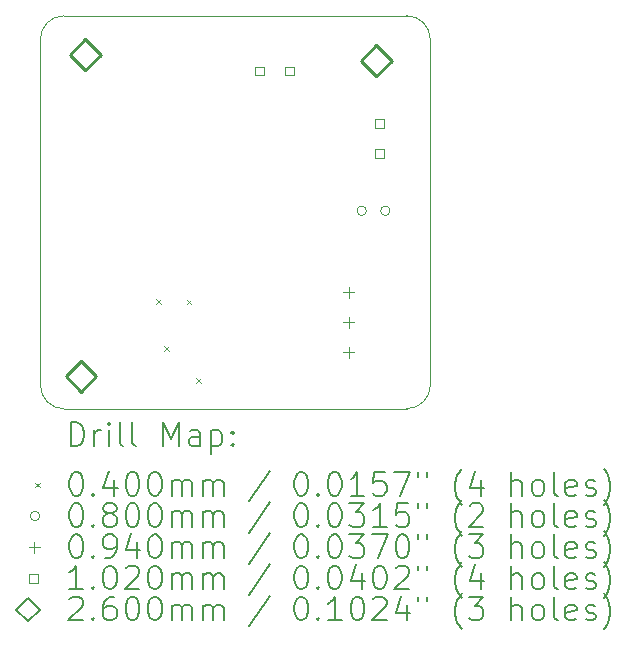
<source format=gbr>
%TF.GenerationSoftware,KiCad,Pcbnew,8.0.0*%
%TF.CreationDate,2024-06-23T14:13:49+02:00*%
%TF.ProjectId,SCS TSAL Red LED,53435320-5453-4414-9c20-526564204c45,rev?*%
%TF.SameCoordinates,Original*%
%TF.FileFunction,Drillmap*%
%TF.FilePolarity,Positive*%
%FSLAX45Y45*%
G04 Gerber Fmt 4.5, Leading zero omitted, Abs format (unit mm)*
G04 Created by KiCad (PCBNEW 8.0.0) date 2024-06-23 14:13:49*
%MOMM*%
%LPD*%
G01*
G04 APERTURE LIST*
%ADD10C,0.100000*%
%ADD11C,0.200000*%
%ADD12C,0.102000*%
%ADD13C,0.260000*%
G04 APERTURE END LIST*
D10*
X9883800Y-4800600D02*
G75*
G02*
X10083800Y-5000600I0J-200000D01*
G01*
X10083800Y-7928000D02*
G75*
G02*
X9883800Y-8128000I-200000J0D01*
G01*
X10083800Y-5000600D02*
X10083800Y-7928000D01*
X6781800Y-7928000D02*
X6781800Y-5000600D01*
X9883800Y-8128000D02*
X6981800Y-8128000D01*
X6981800Y-8128000D02*
G75*
G02*
X6781800Y-7928000I0J200000D01*
G01*
X6981800Y-4800600D02*
X9883800Y-4800600D01*
X6781800Y-5000600D02*
G75*
G02*
X6981800Y-4800600I200000J0D01*
G01*
D11*
D10*
X7762560Y-7201220D02*
X7802560Y-7241220D01*
X7802560Y-7201220D02*
X7762560Y-7241220D01*
X7828600Y-7600000D02*
X7868600Y-7640000D01*
X7868600Y-7600000D02*
X7828600Y-7640000D01*
X8021640Y-7203760D02*
X8061640Y-7243760D01*
X8061640Y-7203760D02*
X8021640Y-7243760D01*
X8100380Y-7871780D02*
X8140380Y-7911780D01*
X8140380Y-7871780D02*
X8100380Y-7911780D01*
X9542800Y-6451600D02*
G75*
G02*
X9462800Y-6451600I-40000J0D01*
G01*
X9462800Y-6451600D02*
G75*
G02*
X9542800Y-6451600I40000J0D01*
G01*
X9742800Y-6451600D02*
G75*
G02*
X9662800Y-6451600I-40000J0D01*
G01*
X9662800Y-6451600D02*
G75*
G02*
X9742800Y-6451600I40000J0D01*
G01*
X9394800Y-7096550D02*
X9394800Y-7190550D01*
X9347800Y-7143550D02*
X9441800Y-7143550D01*
X9394800Y-7350550D02*
X9394800Y-7444550D01*
X9347800Y-7397550D02*
X9441800Y-7397550D01*
X9394800Y-7604550D02*
X9394800Y-7698550D01*
X9347800Y-7651550D02*
X9441800Y-7651550D01*
D12*
X8672063Y-5306563D02*
X8672063Y-5234437D01*
X8599937Y-5234437D01*
X8599937Y-5306563D01*
X8672063Y-5306563D01*
X8926063Y-5306563D02*
X8926063Y-5234437D01*
X8853937Y-5234437D01*
X8853937Y-5306563D01*
X8926063Y-5306563D01*
X9688063Y-5751063D02*
X9688063Y-5678937D01*
X9615937Y-5678937D01*
X9615937Y-5751063D01*
X9688063Y-5751063D01*
X9688063Y-6005063D02*
X9688063Y-5932937D01*
X9615937Y-5932937D01*
X9615937Y-6005063D01*
X9688063Y-6005063D01*
D13*
X7127240Y-7983680D02*
X7257240Y-7853680D01*
X7127240Y-7723680D01*
X6997240Y-7853680D01*
X7127240Y-7983680D01*
X7162800Y-5260800D02*
X7292800Y-5130800D01*
X7162800Y-5000800D01*
X7032800Y-5130800D01*
X7162800Y-5260800D01*
X9626600Y-5311600D02*
X9756600Y-5181600D01*
X9626600Y-5051600D01*
X9496600Y-5181600D01*
X9626600Y-5311600D01*
D11*
X7037577Y-8444484D02*
X7037577Y-8244484D01*
X7037577Y-8244484D02*
X7085196Y-8244484D01*
X7085196Y-8244484D02*
X7113767Y-8254008D01*
X7113767Y-8254008D02*
X7132815Y-8273055D01*
X7132815Y-8273055D02*
X7142339Y-8292103D01*
X7142339Y-8292103D02*
X7151862Y-8330198D01*
X7151862Y-8330198D02*
X7151862Y-8358769D01*
X7151862Y-8358769D02*
X7142339Y-8396865D01*
X7142339Y-8396865D02*
X7132815Y-8415912D01*
X7132815Y-8415912D02*
X7113767Y-8434960D01*
X7113767Y-8434960D02*
X7085196Y-8444484D01*
X7085196Y-8444484D02*
X7037577Y-8444484D01*
X7237577Y-8444484D02*
X7237577Y-8311150D01*
X7237577Y-8349246D02*
X7247101Y-8330198D01*
X7247101Y-8330198D02*
X7256624Y-8320674D01*
X7256624Y-8320674D02*
X7275672Y-8311150D01*
X7275672Y-8311150D02*
X7294720Y-8311150D01*
X7361386Y-8444484D02*
X7361386Y-8311150D01*
X7361386Y-8244484D02*
X7351862Y-8254008D01*
X7351862Y-8254008D02*
X7361386Y-8263531D01*
X7361386Y-8263531D02*
X7370910Y-8254008D01*
X7370910Y-8254008D02*
X7361386Y-8244484D01*
X7361386Y-8244484D02*
X7361386Y-8263531D01*
X7485196Y-8444484D02*
X7466148Y-8434960D01*
X7466148Y-8434960D02*
X7456624Y-8415912D01*
X7456624Y-8415912D02*
X7456624Y-8244484D01*
X7589958Y-8444484D02*
X7570910Y-8434960D01*
X7570910Y-8434960D02*
X7561386Y-8415912D01*
X7561386Y-8415912D02*
X7561386Y-8244484D01*
X7818529Y-8444484D02*
X7818529Y-8244484D01*
X7818529Y-8244484D02*
X7885196Y-8387341D01*
X7885196Y-8387341D02*
X7951862Y-8244484D01*
X7951862Y-8244484D02*
X7951862Y-8444484D01*
X8132815Y-8444484D02*
X8132815Y-8339722D01*
X8132815Y-8339722D02*
X8123291Y-8320674D01*
X8123291Y-8320674D02*
X8104243Y-8311150D01*
X8104243Y-8311150D02*
X8066148Y-8311150D01*
X8066148Y-8311150D02*
X8047101Y-8320674D01*
X8132815Y-8434960D02*
X8113767Y-8444484D01*
X8113767Y-8444484D02*
X8066148Y-8444484D01*
X8066148Y-8444484D02*
X8047101Y-8434960D01*
X8047101Y-8434960D02*
X8037577Y-8415912D01*
X8037577Y-8415912D02*
X8037577Y-8396865D01*
X8037577Y-8396865D02*
X8047101Y-8377817D01*
X8047101Y-8377817D02*
X8066148Y-8368293D01*
X8066148Y-8368293D02*
X8113767Y-8368293D01*
X8113767Y-8368293D02*
X8132815Y-8358769D01*
X8228053Y-8311150D02*
X8228053Y-8511150D01*
X8228053Y-8320674D02*
X8247101Y-8311150D01*
X8247101Y-8311150D02*
X8285196Y-8311150D01*
X8285196Y-8311150D02*
X8304243Y-8320674D01*
X8304243Y-8320674D02*
X8313767Y-8330198D01*
X8313767Y-8330198D02*
X8323291Y-8349246D01*
X8323291Y-8349246D02*
X8323291Y-8406389D01*
X8323291Y-8406389D02*
X8313767Y-8425436D01*
X8313767Y-8425436D02*
X8304243Y-8434960D01*
X8304243Y-8434960D02*
X8285196Y-8444484D01*
X8285196Y-8444484D02*
X8247101Y-8444484D01*
X8247101Y-8444484D02*
X8228053Y-8434960D01*
X8409005Y-8425436D02*
X8418529Y-8434960D01*
X8418529Y-8434960D02*
X8409005Y-8444484D01*
X8409005Y-8444484D02*
X8399482Y-8434960D01*
X8399482Y-8434960D02*
X8409005Y-8425436D01*
X8409005Y-8425436D02*
X8409005Y-8444484D01*
X8409005Y-8320674D02*
X8418529Y-8330198D01*
X8418529Y-8330198D02*
X8409005Y-8339722D01*
X8409005Y-8339722D02*
X8399482Y-8330198D01*
X8399482Y-8330198D02*
X8409005Y-8320674D01*
X8409005Y-8320674D02*
X8409005Y-8339722D01*
D10*
X6736800Y-8753000D02*
X6776800Y-8793000D01*
X6776800Y-8753000D02*
X6736800Y-8793000D01*
D11*
X7075672Y-8664484D02*
X7094720Y-8664484D01*
X7094720Y-8664484D02*
X7113767Y-8674008D01*
X7113767Y-8674008D02*
X7123291Y-8683531D01*
X7123291Y-8683531D02*
X7132815Y-8702579D01*
X7132815Y-8702579D02*
X7142339Y-8740674D01*
X7142339Y-8740674D02*
X7142339Y-8788293D01*
X7142339Y-8788293D02*
X7132815Y-8826389D01*
X7132815Y-8826389D02*
X7123291Y-8845436D01*
X7123291Y-8845436D02*
X7113767Y-8854960D01*
X7113767Y-8854960D02*
X7094720Y-8864484D01*
X7094720Y-8864484D02*
X7075672Y-8864484D01*
X7075672Y-8864484D02*
X7056624Y-8854960D01*
X7056624Y-8854960D02*
X7047101Y-8845436D01*
X7047101Y-8845436D02*
X7037577Y-8826389D01*
X7037577Y-8826389D02*
X7028053Y-8788293D01*
X7028053Y-8788293D02*
X7028053Y-8740674D01*
X7028053Y-8740674D02*
X7037577Y-8702579D01*
X7037577Y-8702579D02*
X7047101Y-8683531D01*
X7047101Y-8683531D02*
X7056624Y-8674008D01*
X7056624Y-8674008D02*
X7075672Y-8664484D01*
X7228053Y-8845436D02*
X7237577Y-8854960D01*
X7237577Y-8854960D02*
X7228053Y-8864484D01*
X7228053Y-8864484D02*
X7218529Y-8854960D01*
X7218529Y-8854960D02*
X7228053Y-8845436D01*
X7228053Y-8845436D02*
X7228053Y-8864484D01*
X7409005Y-8731150D02*
X7409005Y-8864484D01*
X7361386Y-8654960D02*
X7313767Y-8797817D01*
X7313767Y-8797817D02*
X7437577Y-8797817D01*
X7551862Y-8664484D02*
X7570910Y-8664484D01*
X7570910Y-8664484D02*
X7589958Y-8674008D01*
X7589958Y-8674008D02*
X7599482Y-8683531D01*
X7599482Y-8683531D02*
X7609005Y-8702579D01*
X7609005Y-8702579D02*
X7618529Y-8740674D01*
X7618529Y-8740674D02*
X7618529Y-8788293D01*
X7618529Y-8788293D02*
X7609005Y-8826389D01*
X7609005Y-8826389D02*
X7599482Y-8845436D01*
X7599482Y-8845436D02*
X7589958Y-8854960D01*
X7589958Y-8854960D02*
X7570910Y-8864484D01*
X7570910Y-8864484D02*
X7551862Y-8864484D01*
X7551862Y-8864484D02*
X7532815Y-8854960D01*
X7532815Y-8854960D02*
X7523291Y-8845436D01*
X7523291Y-8845436D02*
X7513767Y-8826389D01*
X7513767Y-8826389D02*
X7504243Y-8788293D01*
X7504243Y-8788293D02*
X7504243Y-8740674D01*
X7504243Y-8740674D02*
X7513767Y-8702579D01*
X7513767Y-8702579D02*
X7523291Y-8683531D01*
X7523291Y-8683531D02*
X7532815Y-8674008D01*
X7532815Y-8674008D02*
X7551862Y-8664484D01*
X7742339Y-8664484D02*
X7761386Y-8664484D01*
X7761386Y-8664484D02*
X7780434Y-8674008D01*
X7780434Y-8674008D02*
X7789958Y-8683531D01*
X7789958Y-8683531D02*
X7799482Y-8702579D01*
X7799482Y-8702579D02*
X7809005Y-8740674D01*
X7809005Y-8740674D02*
X7809005Y-8788293D01*
X7809005Y-8788293D02*
X7799482Y-8826389D01*
X7799482Y-8826389D02*
X7789958Y-8845436D01*
X7789958Y-8845436D02*
X7780434Y-8854960D01*
X7780434Y-8854960D02*
X7761386Y-8864484D01*
X7761386Y-8864484D02*
X7742339Y-8864484D01*
X7742339Y-8864484D02*
X7723291Y-8854960D01*
X7723291Y-8854960D02*
X7713767Y-8845436D01*
X7713767Y-8845436D02*
X7704243Y-8826389D01*
X7704243Y-8826389D02*
X7694720Y-8788293D01*
X7694720Y-8788293D02*
X7694720Y-8740674D01*
X7694720Y-8740674D02*
X7704243Y-8702579D01*
X7704243Y-8702579D02*
X7713767Y-8683531D01*
X7713767Y-8683531D02*
X7723291Y-8674008D01*
X7723291Y-8674008D02*
X7742339Y-8664484D01*
X7894720Y-8864484D02*
X7894720Y-8731150D01*
X7894720Y-8750198D02*
X7904243Y-8740674D01*
X7904243Y-8740674D02*
X7923291Y-8731150D01*
X7923291Y-8731150D02*
X7951863Y-8731150D01*
X7951863Y-8731150D02*
X7970910Y-8740674D01*
X7970910Y-8740674D02*
X7980434Y-8759722D01*
X7980434Y-8759722D02*
X7980434Y-8864484D01*
X7980434Y-8759722D02*
X7989958Y-8740674D01*
X7989958Y-8740674D02*
X8009005Y-8731150D01*
X8009005Y-8731150D02*
X8037577Y-8731150D01*
X8037577Y-8731150D02*
X8056624Y-8740674D01*
X8056624Y-8740674D02*
X8066148Y-8759722D01*
X8066148Y-8759722D02*
X8066148Y-8864484D01*
X8161386Y-8864484D02*
X8161386Y-8731150D01*
X8161386Y-8750198D02*
X8170910Y-8740674D01*
X8170910Y-8740674D02*
X8189958Y-8731150D01*
X8189958Y-8731150D02*
X8218529Y-8731150D01*
X8218529Y-8731150D02*
X8237577Y-8740674D01*
X8237577Y-8740674D02*
X8247101Y-8759722D01*
X8247101Y-8759722D02*
X8247101Y-8864484D01*
X8247101Y-8759722D02*
X8256624Y-8740674D01*
X8256624Y-8740674D02*
X8275672Y-8731150D01*
X8275672Y-8731150D02*
X8304243Y-8731150D01*
X8304243Y-8731150D02*
X8323291Y-8740674D01*
X8323291Y-8740674D02*
X8332815Y-8759722D01*
X8332815Y-8759722D02*
X8332815Y-8864484D01*
X8723291Y-8654960D02*
X8551863Y-8912103D01*
X8980434Y-8664484D02*
X8999482Y-8664484D01*
X8999482Y-8664484D02*
X9018529Y-8674008D01*
X9018529Y-8674008D02*
X9028053Y-8683531D01*
X9028053Y-8683531D02*
X9037577Y-8702579D01*
X9037577Y-8702579D02*
X9047101Y-8740674D01*
X9047101Y-8740674D02*
X9047101Y-8788293D01*
X9047101Y-8788293D02*
X9037577Y-8826389D01*
X9037577Y-8826389D02*
X9028053Y-8845436D01*
X9028053Y-8845436D02*
X9018529Y-8854960D01*
X9018529Y-8854960D02*
X8999482Y-8864484D01*
X8999482Y-8864484D02*
X8980434Y-8864484D01*
X8980434Y-8864484D02*
X8961387Y-8854960D01*
X8961387Y-8854960D02*
X8951863Y-8845436D01*
X8951863Y-8845436D02*
X8942339Y-8826389D01*
X8942339Y-8826389D02*
X8932815Y-8788293D01*
X8932815Y-8788293D02*
X8932815Y-8740674D01*
X8932815Y-8740674D02*
X8942339Y-8702579D01*
X8942339Y-8702579D02*
X8951863Y-8683531D01*
X8951863Y-8683531D02*
X8961387Y-8674008D01*
X8961387Y-8674008D02*
X8980434Y-8664484D01*
X9132815Y-8845436D02*
X9142339Y-8854960D01*
X9142339Y-8854960D02*
X9132815Y-8864484D01*
X9132815Y-8864484D02*
X9123291Y-8854960D01*
X9123291Y-8854960D02*
X9132815Y-8845436D01*
X9132815Y-8845436D02*
X9132815Y-8864484D01*
X9266148Y-8664484D02*
X9285196Y-8664484D01*
X9285196Y-8664484D02*
X9304244Y-8674008D01*
X9304244Y-8674008D02*
X9313768Y-8683531D01*
X9313768Y-8683531D02*
X9323291Y-8702579D01*
X9323291Y-8702579D02*
X9332815Y-8740674D01*
X9332815Y-8740674D02*
X9332815Y-8788293D01*
X9332815Y-8788293D02*
X9323291Y-8826389D01*
X9323291Y-8826389D02*
X9313768Y-8845436D01*
X9313768Y-8845436D02*
X9304244Y-8854960D01*
X9304244Y-8854960D02*
X9285196Y-8864484D01*
X9285196Y-8864484D02*
X9266148Y-8864484D01*
X9266148Y-8864484D02*
X9247101Y-8854960D01*
X9247101Y-8854960D02*
X9237577Y-8845436D01*
X9237577Y-8845436D02*
X9228053Y-8826389D01*
X9228053Y-8826389D02*
X9218529Y-8788293D01*
X9218529Y-8788293D02*
X9218529Y-8740674D01*
X9218529Y-8740674D02*
X9228053Y-8702579D01*
X9228053Y-8702579D02*
X9237577Y-8683531D01*
X9237577Y-8683531D02*
X9247101Y-8674008D01*
X9247101Y-8674008D02*
X9266148Y-8664484D01*
X9523291Y-8864484D02*
X9409006Y-8864484D01*
X9466148Y-8864484D02*
X9466148Y-8664484D01*
X9466148Y-8664484D02*
X9447101Y-8693055D01*
X9447101Y-8693055D02*
X9428053Y-8712103D01*
X9428053Y-8712103D02*
X9409006Y-8721627D01*
X9704244Y-8664484D02*
X9609006Y-8664484D01*
X9609006Y-8664484D02*
X9599482Y-8759722D01*
X9599482Y-8759722D02*
X9609006Y-8750198D01*
X9609006Y-8750198D02*
X9628053Y-8740674D01*
X9628053Y-8740674D02*
X9675672Y-8740674D01*
X9675672Y-8740674D02*
X9694720Y-8750198D01*
X9694720Y-8750198D02*
X9704244Y-8759722D01*
X9704244Y-8759722D02*
X9713768Y-8778770D01*
X9713768Y-8778770D02*
X9713768Y-8826389D01*
X9713768Y-8826389D02*
X9704244Y-8845436D01*
X9704244Y-8845436D02*
X9694720Y-8854960D01*
X9694720Y-8854960D02*
X9675672Y-8864484D01*
X9675672Y-8864484D02*
X9628053Y-8864484D01*
X9628053Y-8864484D02*
X9609006Y-8854960D01*
X9609006Y-8854960D02*
X9599482Y-8845436D01*
X9780434Y-8664484D02*
X9913768Y-8664484D01*
X9913768Y-8664484D02*
X9828053Y-8864484D01*
X9980434Y-8664484D02*
X9980434Y-8702579D01*
X10056625Y-8664484D02*
X10056625Y-8702579D01*
X10351863Y-8940674D02*
X10342339Y-8931150D01*
X10342339Y-8931150D02*
X10323291Y-8902579D01*
X10323291Y-8902579D02*
X10313768Y-8883531D01*
X10313768Y-8883531D02*
X10304244Y-8854960D01*
X10304244Y-8854960D02*
X10294720Y-8807341D01*
X10294720Y-8807341D02*
X10294720Y-8769246D01*
X10294720Y-8769246D02*
X10304244Y-8721627D01*
X10304244Y-8721627D02*
X10313768Y-8693055D01*
X10313768Y-8693055D02*
X10323291Y-8674008D01*
X10323291Y-8674008D02*
X10342339Y-8645436D01*
X10342339Y-8645436D02*
X10351863Y-8635912D01*
X10513768Y-8731150D02*
X10513768Y-8864484D01*
X10466149Y-8654960D02*
X10418530Y-8797817D01*
X10418530Y-8797817D02*
X10542339Y-8797817D01*
X10770911Y-8864484D02*
X10770911Y-8664484D01*
X10856625Y-8864484D02*
X10856625Y-8759722D01*
X10856625Y-8759722D02*
X10847101Y-8740674D01*
X10847101Y-8740674D02*
X10828053Y-8731150D01*
X10828053Y-8731150D02*
X10799482Y-8731150D01*
X10799482Y-8731150D02*
X10780434Y-8740674D01*
X10780434Y-8740674D02*
X10770911Y-8750198D01*
X10980434Y-8864484D02*
X10961387Y-8854960D01*
X10961387Y-8854960D02*
X10951863Y-8845436D01*
X10951863Y-8845436D02*
X10942339Y-8826389D01*
X10942339Y-8826389D02*
X10942339Y-8769246D01*
X10942339Y-8769246D02*
X10951863Y-8750198D01*
X10951863Y-8750198D02*
X10961387Y-8740674D01*
X10961387Y-8740674D02*
X10980434Y-8731150D01*
X10980434Y-8731150D02*
X11009006Y-8731150D01*
X11009006Y-8731150D02*
X11028053Y-8740674D01*
X11028053Y-8740674D02*
X11037577Y-8750198D01*
X11037577Y-8750198D02*
X11047101Y-8769246D01*
X11047101Y-8769246D02*
X11047101Y-8826389D01*
X11047101Y-8826389D02*
X11037577Y-8845436D01*
X11037577Y-8845436D02*
X11028053Y-8854960D01*
X11028053Y-8854960D02*
X11009006Y-8864484D01*
X11009006Y-8864484D02*
X10980434Y-8864484D01*
X11161387Y-8864484D02*
X11142339Y-8854960D01*
X11142339Y-8854960D02*
X11132815Y-8835912D01*
X11132815Y-8835912D02*
X11132815Y-8664484D01*
X11313768Y-8854960D02*
X11294720Y-8864484D01*
X11294720Y-8864484D02*
X11256625Y-8864484D01*
X11256625Y-8864484D02*
X11237577Y-8854960D01*
X11237577Y-8854960D02*
X11228053Y-8835912D01*
X11228053Y-8835912D02*
X11228053Y-8759722D01*
X11228053Y-8759722D02*
X11237577Y-8740674D01*
X11237577Y-8740674D02*
X11256625Y-8731150D01*
X11256625Y-8731150D02*
X11294720Y-8731150D01*
X11294720Y-8731150D02*
X11313768Y-8740674D01*
X11313768Y-8740674D02*
X11323291Y-8759722D01*
X11323291Y-8759722D02*
X11323291Y-8778770D01*
X11323291Y-8778770D02*
X11228053Y-8797817D01*
X11399482Y-8854960D02*
X11418530Y-8864484D01*
X11418530Y-8864484D02*
X11456625Y-8864484D01*
X11456625Y-8864484D02*
X11475672Y-8854960D01*
X11475672Y-8854960D02*
X11485196Y-8835912D01*
X11485196Y-8835912D02*
X11485196Y-8826389D01*
X11485196Y-8826389D02*
X11475672Y-8807341D01*
X11475672Y-8807341D02*
X11456625Y-8797817D01*
X11456625Y-8797817D02*
X11428053Y-8797817D01*
X11428053Y-8797817D02*
X11409006Y-8788293D01*
X11409006Y-8788293D02*
X11399482Y-8769246D01*
X11399482Y-8769246D02*
X11399482Y-8759722D01*
X11399482Y-8759722D02*
X11409006Y-8740674D01*
X11409006Y-8740674D02*
X11428053Y-8731150D01*
X11428053Y-8731150D02*
X11456625Y-8731150D01*
X11456625Y-8731150D02*
X11475672Y-8740674D01*
X11551863Y-8940674D02*
X11561387Y-8931150D01*
X11561387Y-8931150D02*
X11580434Y-8902579D01*
X11580434Y-8902579D02*
X11589958Y-8883531D01*
X11589958Y-8883531D02*
X11599482Y-8854960D01*
X11599482Y-8854960D02*
X11609006Y-8807341D01*
X11609006Y-8807341D02*
X11609006Y-8769246D01*
X11609006Y-8769246D02*
X11599482Y-8721627D01*
X11599482Y-8721627D02*
X11589958Y-8693055D01*
X11589958Y-8693055D02*
X11580434Y-8674008D01*
X11580434Y-8674008D02*
X11561387Y-8645436D01*
X11561387Y-8645436D02*
X11551863Y-8635912D01*
D10*
X6776800Y-9037000D02*
G75*
G02*
X6696800Y-9037000I-40000J0D01*
G01*
X6696800Y-9037000D02*
G75*
G02*
X6776800Y-9037000I40000J0D01*
G01*
D11*
X7075672Y-8928484D02*
X7094720Y-8928484D01*
X7094720Y-8928484D02*
X7113767Y-8938008D01*
X7113767Y-8938008D02*
X7123291Y-8947531D01*
X7123291Y-8947531D02*
X7132815Y-8966579D01*
X7132815Y-8966579D02*
X7142339Y-9004674D01*
X7142339Y-9004674D02*
X7142339Y-9052293D01*
X7142339Y-9052293D02*
X7132815Y-9090389D01*
X7132815Y-9090389D02*
X7123291Y-9109436D01*
X7123291Y-9109436D02*
X7113767Y-9118960D01*
X7113767Y-9118960D02*
X7094720Y-9128484D01*
X7094720Y-9128484D02*
X7075672Y-9128484D01*
X7075672Y-9128484D02*
X7056624Y-9118960D01*
X7056624Y-9118960D02*
X7047101Y-9109436D01*
X7047101Y-9109436D02*
X7037577Y-9090389D01*
X7037577Y-9090389D02*
X7028053Y-9052293D01*
X7028053Y-9052293D02*
X7028053Y-9004674D01*
X7028053Y-9004674D02*
X7037577Y-8966579D01*
X7037577Y-8966579D02*
X7047101Y-8947531D01*
X7047101Y-8947531D02*
X7056624Y-8938008D01*
X7056624Y-8938008D02*
X7075672Y-8928484D01*
X7228053Y-9109436D02*
X7237577Y-9118960D01*
X7237577Y-9118960D02*
X7228053Y-9128484D01*
X7228053Y-9128484D02*
X7218529Y-9118960D01*
X7218529Y-9118960D02*
X7228053Y-9109436D01*
X7228053Y-9109436D02*
X7228053Y-9128484D01*
X7351862Y-9014198D02*
X7332815Y-9004674D01*
X7332815Y-9004674D02*
X7323291Y-8995150D01*
X7323291Y-8995150D02*
X7313767Y-8976103D01*
X7313767Y-8976103D02*
X7313767Y-8966579D01*
X7313767Y-8966579D02*
X7323291Y-8947531D01*
X7323291Y-8947531D02*
X7332815Y-8938008D01*
X7332815Y-8938008D02*
X7351862Y-8928484D01*
X7351862Y-8928484D02*
X7389958Y-8928484D01*
X7389958Y-8928484D02*
X7409005Y-8938008D01*
X7409005Y-8938008D02*
X7418529Y-8947531D01*
X7418529Y-8947531D02*
X7428053Y-8966579D01*
X7428053Y-8966579D02*
X7428053Y-8976103D01*
X7428053Y-8976103D02*
X7418529Y-8995150D01*
X7418529Y-8995150D02*
X7409005Y-9004674D01*
X7409005Y-9004674D02*
X7389958Y-9014198D01*
X7389958Y-9014198D02*
X7351862Y-9014198D01*
X7351862Y-9014198D02*
X7332815Y-9023722D01*
X7332815Y-9023722D02*
X7323291Y-9033246D01*
X7323291Y-9033246D02*
X7313767Y-9052293D01*
X7313767Y-9052293D02*
X7313767Y-9090389D01*
X7313767Y-9090389D02*
X7323291Y-9109436D01*
X7323291Y-9109436D02*
X7332815Y-9118960D01*
X7332815Y-9118960D02*
X7351862Y-9128484D01*
X7351862Y-9128484D02*
X7389958Y-9128484D01*
X7389958Y-9128484D02*
X7409005Y-9118960D01*
X7409005Y-9118960D02*
X7418529Y-9109436D01*
X7418529Y-9109436D02*
X7428053Y-9090389D01*
X7428053Y-9090389D02*
X7428053Y-9052293D01*
X7428053Y-9052293D02*
X7418529Y-9033246D01*
X7418529Y-9033246D02*
X7409005Y-9023722D01*
X7409005Y-9023722D02*
X7389958Y-9014198D01*
X7551862Y-8928484D02*
X7570910Y-8928484D01*
X7570910Y-8928484D02*
X7589958Y-8938008D01*
X7589958Y-8938008D02*
X7599482Y-8947531D01*
X7599482Y-8947531D02*
X7609005Y-8966579D01*
X7609005Y-8966579D02*
X7618529Y-9004674D01*
X7618529Y-9004674D02*
X7618529Y-9052293D01*
X7618529Y-9052293D02*
X7609005Y-9090389D01*
X7609005Y-9090389D02*
X7599482Y-9109436D01*
X7599482Y-9109436D02*
X7589958Y-9118960D01*
X7589958Y-9118960D02*
X7570910Y-9128484D01*
X7570910Y-9128484D02*
X7551862Y-9128484D01*
X7551862Y-9128484D02*
X7532815Y-9118960D01*
X7532815Y-9118960D02*
X7523291Y-9109436D01*
X7523291Y-9109436D02*
X7513767Y-9090389D01*
X7513767Y-9090389D02*
X7504243Y-9052293D01*
X7504243Y-9052293D02*
X7504243Y-9004674D01*
X7504243Y-9004674D02*
X7513767Y-8966579D01*
X7513767Y-8966579D02*
X7523291Y-8947531D01*
X7523291Y-8947531D02*
X7532815Y-8938008D01*
X7532815Y-8938008D02*
X7551862Y-8928484D01*
X7742339Y-8928484D02*
X7761386Y-8928484D01*
X7761386Y-8928484D02*
X7780434Y-8938008D01*
X7780434Y-8938008D02*
X7789958Y-8947531D01*
X7789958Y-8947531D02*
X7799482Y-8966579D01*
X7799482Y-8966579D02*
X7809005Y-9004674D01*
X7809005Y-9004674D02*
X7809005Y-9052293D01*
X7809005Y-9052293D02*
X7799482Y-9090389D01*
X7799482Y-9090389D02*
X7789958Y-9109436D01*
X7789958Y-9109436D02*
X7780434Y-9118960D01*
X7780434Y-9118960D02*
X7761386Y-9128484D01*
X7761386Y-9128484D02*
X7742339Y-9128484D01*
X7742339Y-9128484D02*
X7723291Y-9118960D01*
X7723291Y-9118960D02*
X7713767Y-9109436D01*
X7713767Y-9109436D02*
X7704243Y-9090389D01*
X7704243Y-9090389D02*
X7694720Y-9052293D01*
X7694720Y-9052293D02*
X7694720Y-9004674D01*
X7694720Y-9004674D02*
X7704243Y-8966579D01*
X7704243Y-8966579D02*
X7713767Y-8947531D01*
X7713767Y-8947531D02*
X7723291Y-8938008D01*
X7723291Y-8938008D02*
X7742339Y-8928484D01*
X7894720Y-9128484D02*
X7894720Y-8995150D01*
X7894720Y-9014198D02*
X7904243Y-9004674D01*
X7904243Y-9004674D02*
X7923291Y-8995150D01*
X7923291Y-8995150D02*
X7951863Y-8995150D01*
X7951863Y-8995150D02*
X7970910Y-9004674D01*
X7970910Y-9004674D02*
X7980434Y-9023722D01*
X7980434Y-9023722D02*
X7980434Y-9128484D01*
X7980434Y-9023722D02*
X7989958Y-9004674D01*
X7989958Y-9004674D02*
X8009005Y-8995150D01*
X8009005Y-8995150D02*
X8037577Y-8995150D01*
X8037577Y-8995150D02*
X8056624Y-9004674D01*
X8056624Y-9004674D02*
X8066148Y-9023722D01*
X8066148Y-9023722D02*
X8066148Y-9128484D01*
X8161386Y-9128484D02*
X8161386Y-8995150D01*
X8161386Y-9014198D02*
X8170910Y-9004674D01*
X8170910Y-9004674D02*
X8189958Y-8995150D01*
X8189958Y-8995150D02*
X8218529Y-8995150D01*
X8218529Y-8995150D02*
X8237577Y-9004674D01*
X8237577Y-9004674D02*
X8247101Y-9023722D01*
X8247101Y-9023722D02*
X8247101Y-9128484D01*
X8247101Y-9023722D02*
X8256624Y-9004674D01*
X8256624Y-9004674D02*
X8275672Y-8995150D01*
X8275672Y-8995150D02*
X8304243Y-8995150D01*
X8304243Y-8995150D02*
X8323291Y-9004674D01*
X8323291Y-9004674D02*
X8332815Y-9023722D01*
X8332815Y-9023722D02*
X8332815Y-9128484D01*
X8723291Y-8918960D02*
X8551863Y-9176103D01*
X8980434Y-8928484D02*
X8999482Y-8928484D01*
X8999482Y-8928484D02*
X9018529Y-8938008D01*
X9018529Y-8938008D02*
X9028053Y-8947531D01*
X9028053Y-8947531D02*
X9037577Y-8966579D01*
X9037577Y-8966579D02*
X9047101Y-9004674D01*
X9047101Y-9004674D02*
X9047101Y-9052293D01*
X9047101Y-9052293D02*
X9037577Y-9090389D01*
X9037577Y-9090389D02*
X9028053Y-9109436D01*
X9028053Y-9109436D02*
X9018529Y-9118960D01*
X9018529Y-9118960D02*
X8999482Y-9128484D01*
X8999482Y-9128484D02*
X8980434Y-9128484D01*
X8980434Y-9128484D02*
X8961387Y-9118960D01*
X8961387Y-9118960D02*
X8951863Y-9109436D01*
X8951863Y-9109436D02*
X8942339Y-9090389D01*
X8942339Y-9090389D02*
X8932815Y-9052293D01*
X8932815Y-9052293D02*
X8932815Y-9004674D01*
X8932815Y-9004674D02*
X8942339Y-8966579D01*
X8942339Y-8966579D02*
X8951863Y-8947531D01*
X8951863Y-8947531D02*
X8961387Y-8938008D01*
X8961387Y-8938008D02*
X8980434Y-8928484D01*
X9132815Y-9109436D02*
X9142339Y-9118960D01*
X9142339Y-9118960D02*
X9132815Y-9128484D01*
X9132815Y-9128484D02*
X9123291Y-9118960D01*
X9123291Y-9118960D02*
X9132815Y-9109436D01*
X9132815Y-9109436D02*
X9132815Y-9128484D01*
X9266148Y-8928484D02*
X9285196Y-8928484D01*
X9285196Y-8928484D02*
X9304244Y-8938008D01*
X9304244Y-8938008D02*
X9313768Y-8947531D01*
X9313768Y-8947531D02*
X9323291Y-8966579D01*
X9323291Y-8966579D02*
X9332815Y-9004674D01*
X9332815Y-9004674D02*
X9332815Y-9052293D01*
X9332815Y-9052293D02*
X9323291Y-9090389D01*
X9323291Y-9090389D02*
X9313768Y-9109436D01*
X9313768Y-9109436D02*
X9304244Y-9118960D01*
X9304244Y-9118960D02*
X9285196Y-9128484D01*
X9285196Y-9128484D02*
X9266148Y-9128484D01*
X9266148Y-9128484D02*
X9247101Y-9118960D01*
X9247101Y-9118960D02*
X9237577Y-9109436D01*
X9237577Y-9109436D02*
X9228053Y-9090389D01*
X9228053Y-9090389D02*
X9218529Y-9052293D01*
X9218529Y-9052293D02*
X9218529Y-9004674D01*
X9218529Y-9004674D02*
X9228053Y-8966579D01*
X9228053Y-8966579D02*
X9237577Y-8947531D01*
X9237577Y-8947531D02*
X9247101Y-8938008D01*
X9247101Y-8938008D02*
X9266148Y-8928484D01*
X9399482Y-8928484D02*
X9523291Y-8928484D01*
X9523291Y-8928484D02*
X9456625Y-9004674D01*
X9456625Y-9004674D02*
X9485196Y-9004674D01*
X9485196Y-9004674D02*
X9504244Y-9014198D01*
X9504244Y-9014198D02*
X9513768Y-9023722D01*
X9513768Y-9023722D02*
X9523291Y-9042770D01*
X9523291Y-9042770D02*
X9523291Y-9090389D01*
X9523291Y-9090389D02*
X9513768Y-9109436D01*
X9513768Y-9109436D02*
X9504244Y-9118960D01*
X9504244Y-9118960D02*
X9485196Y-9128484D01*
X9485196Y-9128484D02*
X9428053Y-9128484D01*
X9428053Y-9128484D02*
X9409006Y-9118960D01*
X9409006Y-9118960D02*
X9399482Y-9109436D01*
X9713768Y-9128484D02*
X9599482Y-9128484D01*
X9656625Y-9128484D02*
X9656625Y-8928484D01*
X9656625Y-8928484D02*
X9637577Y-8957055D01*
X9637577Y-8957055D02*
X9618529Y-8976103D01*
X9618529Y-8976103D02*
X9599482Y-8985627D01*
X9894720Y-8928484D02*
X9799482Y-8928484D01*
X9799482Y-8928484D02*
X9789958Y-9023722D01*
X9789958Y-9023722D02*
X9799482Y-9014198D01*
X9799482Y-9014198D02*
X9818529Y-9004674D01*
X9818529Y-9004674D02*
X9866149Y-9004674D01*
X9866149Y-9004674D02*
X9885196Y-9014198D01*
X9885196Y-9014198D02*
X9894720Y-9023722D01*
X9894720Y-9023722D02*
X9904244Y-9042770D01*
X9904244Y-9042770D02*
X9904244Y-9090389D01*
X9904244Y-9090389D02*
X9894720Y-9109436D01*
X9894720Y-9109436D02*
X9885196Y-9118960D01*
X9885196Y-9118960D02*
X9866149Y-9128484D01*
X9866149Y-9128484D02*
X9818529Y-9128484D01*
X9818529Y-9128484D02*
X9799482Y-9118960D01*
X9799482Y-9118960D02*
X9789958Y-9109436D01*
X9980434Y-8928484D02*
X9980434Y-8966579D01*
X10056625Y-8928484D02*
X10056625Y-8966579D01*
X10351863Y-9204674D02*
X10342339Y-9195150D01*
X10342339Y-9195150D02*
X10323291Y-9166579D01*
X10323291Y-9166579D02*
X10313768Y-9147531D01*
X10313768Y-9147531D02*
X10304244Y-9118960D01*
X10304244Y-9118960D02*
X10294720Y-9071341D01*
X10294720Y-9071341D02*
X10294720Y-9033246D01*
X10294720Y-9033246D02*
X10304244Y-8985627D01*
X10304244Y-8985627D02*
X10313768Y-8957055D01*
X10313768Y-8957055D02*
X10323291Y-8938008D01*
X10323291Y-8938008D02*
X10342339Y-8909436D01*
X10342339Y-8909436D02*
X10351863Y-8899912D01*
X10418530Y-8947531D02*
X10428053Y-8938008D01*
X10428053Y-8938008D02*
X10447101Y-8928484D01*
X10447101Y-8928484D02*
X10494720Y-8928484D01*
X10494720Y-8928484D02*
X10513768Y-8938008D01*
X10513768Y-8938008D02*
X10523291Y-8947531D01*
X10523291Y-8947531D02*
X10532815Y-8966579D01*
X10532815Y-8966579D02*
X10532815Y-8985627D01*
X10532815Y-8985627D02*
X10523291Y-9014198D01*
X10523291Y-9014198D02*
X10409006Y-9128484D01*
X10409006Y-9128484D02*
X10532815Y-9128484D01*
X10770911Y-9128484D02*
X10770911Y-8928484D01*
X10856625Y-9128484D02*
X10856625Y-9023722D01*
X10856625Y-9023722D02*
X10847101Y-9004674D01*
X10847101Y-9004674D02*
X10828053Y-8995150D01*
X10828053Y-8995150D02*
X10799482Y-8995150D01*
X10799482Y-8995150D02*
X10780434Y-9004674D01*
X10780434Y-9004674D02*
X10770911Y-9014198D01*
X10980434Y-9128484D02*
X10961387Y-9118960D01*
X10961387Y-9118960D02*
X10951863Y-9109436D01*
X10951863Y-9109436D02*
X10942339Y-9090389D01*
X10942339Y-9090389D02*
X10942339Y-9033246D01*
X10942339Y-9033246D02*
X10951863Y-9014198D01*
X10951863Y-9014198D02*
X10961387Y-9004674D01*
X10961387Y-9004674D02*
X10980434Y-8995150D01*
X10980434Y-8995150D02*
X11009006Y-8995150D01*
X11009006Y-8995150D02*
X11028053Y-9004674D01*
X11028053Y-9004674D02*
X11037577Y-9014198D01*
X11037577Y-9014198D02*
X11047101Y-9033246D01*
X11047101Y-9033246D02*
X11047101Y-9090389D01*
X11047101Y-9090389D02*
X11037577Y-9109436D01*
X11037577Y-9109436D02*
X11028053Y-9118960D01*
X11028053Y-9118960D02*
X11009006Y-9128484D01*
X11009006Y-9128484D02*
X10980434Y-9128484D01*
X11161387Y-9128484D02*
X11142339Y-9118960D01*
X11142339Y-9118960D02*
X11132815Y-9099912D01*
X11132815Y-9099912D02*
X11132815Y-8928484D01*
X11313768Y-9118960D02*
X11294720Y-9128484D01*
X11294720Y-9128484D02*
X11256625Y-9128484D01*
X11256625Y-9128484D02*
X11237577Y-9118960D01*
X11237577Y-9118960D02*
X11228053Y-9099912D01*
X11228053Y-9099912D02*
X11228053Y-9023722D01*
X11228053Y-9023722D02*
X11237577Y-9004674D01*
X11237577Y-9004674D02*
X11256625Y-8995150D01*
X11256625Y-8995150D02*
X11294720Y-8995150D01*
X11294720Y-8995150D02*
X11313768Y-9004674D01*
X11313768Y-9004674D02*
X11323291Y-9023722D01*
X11323291Y-9023722D02*
X11323291Y-9042770D01*
X11323291Y-9042770D02*
X11228053Y-9061817D01*
X11399482Y-9118960D02*
X11418530Y-9128484D01*
X11418530Y-9128484D02*
X11456625Y-9128484D01*
X11456625Y-9128484D02*
X11475672Y-9118960D01*
X11475672Y-9118960D02*
X11485196Y-9099912D01*
X11485196Y-9099912D02*
X11485196Y-9090389D01*
X11485196Y-9090389D02*
X11475672Y-9071341D01*
X11475672Y-9071341D02*
X11456625Y-9061817D01*
X11456625Y-9061817D02*
X11428053Y-9061817D01*
X11428053Y-9061817D02*
X11409006Y-9052293D01*
X11409006Y-9052293D02*
X11399482Y-9033246D01*
X11399482Y-9033246D02*
X11399482Y-9023722D01*
X11399482Y-9023722D02*
X11409006Y-9004674D01*
X11409006Y-9004674D02*
X11428053Y-8995150D01*
X11428053Y-8995150D02*
X11456625Y-8995150D01*
X11456625Y-8995150D02*
X11475672Y-9004674D01*
X11551863Y-9204674D02*
X11561387Y-9195150D01*
X11561387Y-9195150D02*
X11580434Y-9166579D01*
X11580434Y-9166579D02*
X11589958Y-9147531D01*
X11589958Y-9147531D02*
X11599482Y-9118960D01*
X11599482Y-9118960D02*
X11609006Y-9071341D01*
X11609006Y-9071341D02*
X11609006Y-9033246D01*
X11609006Y-9033246D02*
X11599482Y-8985627D01*
X11599482Y-8985627D02*
X11589958Y-8957055D01*
X11589958Y-8957055D02*
X11580434Y-8938008D01*
X11580434Y-8938008D02*
X11561387Y-8909436D01*
X11561387Y-8909436D02*
X11551863Y-8899912D01*
D10*
X6729800Y-9254000D02*
X6729800Y-9348000D01*
X6682800Y-9301000D02*
X6776800Y-9301000D01*
D11*
X7075672Y-9192484D02*
X7094720Y-9192484D01*
X7094720Y-9192484D02*
X7113767Y-9202008D01*
X7113767Y-9202008D02*
X7123291Y-9211531D01*
X7123291Y-9211531D02*
X7132815Y-9230579D01*
X7132815Y-9230579D02*
X7142339Y-9268674D01*
X7142339Y-9268674D02*
X7142339Y-9316293D01*
X7142339Y-9316293D02*
X7132815Y-9354389D01*
X7132815Y-9354389D02*
X7123291Y-9373436D01*
X7123291Y-9373436D02*
X7113767Y-9382960D01*
X7113767Y-9382960D02*
X7094720Y-9392484D01*
X7094720Y-9392484D02*
X7075672Y-9392484D01*
X7075672Y-9392484D02*
X7056624Y-9382960D01*
X7056624Y-9382960D02*
X7047101Y-9373436D01*
X7047101Y-9373436D02*
X7037577Y-9354389D01*
X7037577Y-9354389D02*
X7028053Y-9316293D01*
X7028053Y-9316293D02*
X7028053Y-9268674D01*
X7028053Y-9268674D02*
X7037577Y-9230579D01*
X7037577Y-9230579D02*
X7047101Y-9211531D01*
X7047101Y-9211531D02*
X7056624Y-9202008D01*
X7056624Y-9202008D02*
X7075672Y-9192484D01*
X7228053Y-9373436D02*
X7237577Y-9382960D01*
X7237577Y-9382960D02*
X7228053Y-9392484D01*
X7228053Y-9392484D02*
X7218529Y-9382960D01*
X7218529Y-9382960D02*
X7228053Y-9373436D01*
X7228053Y-9373436D02*
X7228053Y-9392484D01*
X7332815Y-9392484D02*
X7370910Y-9392484D01*
X7370910Y-9392484D02*
X7389958Y-9382960D01*
X7389958Y-9382960D02*
X7399482Y-9373436D01*
X7399482Y-9373436D02*
X7418529Y-9344865D01*
X7418529Y-9344865D02*
X7428053Y-9306770D01*
X7428053Y-9306770D02*
X7428053Y-9230579D01*
X7428053Y-9230579D02*
X7418529Y-9211531D01*
X7418529Y-9211531D02*
X7409005Y-9202008D01*
X7409005Y-9202008D02*
X7389958Y-9192484D01*
X7389958Y-9192484D02*
X7351862Y-9192484D01*
X7351862Y-9192484D02*
X7332815Y-9202008D01*
X7332815Y-9202008D02*
X7323291Y-9211531D01*
X7323291Y-9211531D02*
X7313767Y-9230579D01*
X7313767Y-9230579D02*
X7313767Y-9278198D01*
X7313767Y-9278198D02*
X7323291Y-9297246D01*
X7323291Y-9297246D02*
X7332815Y-9306770D01*
X7332815Y-9306770D02*
X7351862Y-9316293D01*
X7351862Y-9316293D02*
X7389958Y-9316293D01*
X7389958Y-9316293D02*
X7409005Y-9306770D01*
X7409005Y-9306770D02*
X7418529Y-9297246D01*
X7418529Y-9297246D02*
X7428053Y-9278198D01*
X7599482Y-9259150D02*
X7599482Y-9392484D01*
X7551862Y-9182960D02*
X7504243Y-9325817D01*
X7504243Y-9325817D02*
X7628053Y-9325817D01*
X7742339Y-9192484D02*
X7761386Y-9192484D01*
X7761386Y-9192484D02*
X7780434Y-9202008D01*
X7780434Y-9202008D02*
X7789958Y-9211531D01*
X7789958Y-9211531D02*
X7799482Y-9230579D01*
X7799482Y-9230579D02*
X7809005Y-9268674D01*
X7809005Y-9268674D02*
X7809005Y-9316293D01*
X7809005Y-9316293D02*
X7799482Y-9354389D01*
X7799482Y-9354389D02*
X7789958Y-9373436D01*
X7789958Y-9373436D02*
X7780434Y-9382960D01*
X7780434Y-9382960D02*
X7761386Y-9392484D01*
X7761386Y-9392484D02*
X7742339Y-9392484D01*
X7742339Y-9392484D02*
X7723291Y-9382960D01*
X7723291Y-9382960D02*
X7713767Y-9373436D01*
X7713767Y-9373436D02*
X7704243Y-9354389D01*
X7704243Y-9354389D02*
X7694720Y-9316293D01*
X7694720Y-9316293D02*
X7694720Y-9268674D01*
X7694720Y-9268674D02*
X7704243Y-9230579D01*
X7704243Y-9230579D02*
X7713767Y-9211531D01*
X7713767Y-9211531D02*
X7723291Y-9202008D01*
X7723291Y-9202008D02*
X7742339Y-9192484D01*
X7894720Y-9392484D02*
X7894720Y-9259150D01*
X7894720Y-9278198D02*
X7904243Y-9268674D01*
X7904243Y-9268674D02*
X7923291Y-9259150D01*
X7923291Y-9259150D02*
X7951863Y-9259150D01*
X7951863Y-9259150D02*
X7970910Y-9268674D01*
X7970910Y-9268674D02*
X7980434Y-9287722D01*
X7980434Y-9287722D02*
X7980434Y-9392484D01*
X7980434Y-9287722D02*
X7989958Y-9268674D01*
X7989958Y-9268674D02*
X8009005Y-9259150D01*
X8009005Y-9259150D02*
X8037577Y-9259150D01*
X8037577Y-9259150D02*
X8056624Y-9268674D01*
X8056624Y-9268674D02*
X8066148Y-9287722D01*
X8066148Y-9287722D02*
X8066148Y-9392484D01*
X8161386Y-9392484D02*
X8161386Y-9259150D01*
X8161386Y-9278198D02*
X8170910Y-9268674D01*
X8170910Y-9268674D02*
X8189958Y-9259150D01*
X8189958Y-9259150D02*
X8218529Y-9259150D01*
X8218529Y-9259150D02*
X8237577Y-9268674D01*
X8237577Y-9268674D02*
X8247101Y-9287722D01*
X8247101Y-9287722D02*
X8247101Y-9392484D01*
X8247101Y-9287722D02*
X8256624Y-9268674D01*
X8256624Y-9268674D02*
X8275672Y-9259150D01*
X8275672Y-9259150D02*
X8304243Y-9259150D01*
X8304243Y-9259150D02*
X8323291Y-9268674D01*
X8323291Y-9268674D02*
X8332815Y-9287722D01*
X8332815Y-9287722D02*
X8332815Y-9392484D01*
X8723291Y-9182960D02*
X8551863Y-9440103D01*
X8980434Y-9192484D02*
X8999482Y-9192484D01*
X8999482Y-9192484D02*
X9018529Y-9202008D01*
X9018529Y-9202008D02*
X9028053Y-9211531D01*
X9028053Y-9211531D02*
X9037577Y-9230579D01*
X9037577Y-9230579D02*
X9047101Y-9268674D01*
X9047101Y-9268674D02*
X9047101Y-9316293D01*
X9047101Y-9316293D02*
X9037577Y-9354389D01*
X9037577Y-9354389D02*
X9028053Y-9373436D01*
X9028053Y-9373436D02*
X9018529Y-9382960D01*
X9018529Y-9382960D02*
X8999482Y-9392484D01*
X8999482Y-9392484D02*
X8980434Y-9392484D01*
X8980434Y-9392484D02*
X8961387Y-9382960D01*
X8961387Y-9382960D02*
X8951863Y-9373436D01*
X8951863Y-9373436D02*
X8942339Y-9354389D01*
X8942339Y-9354389D02*
X8932815Y-9316293D01*
X8932815Y-9316293D02*
X8932815Y-9268674D01*
X8932815Y-9268674D02*
X8942339Y-9230579D01*
X8942339Y-9230579D02*
X8951863Y-9211531D01*
X8951863Y-9211531D02*
X8961387Y-9202008D01*
X8961387Y-9202008D02*
X8980434Y-9192484D01*
X9132815Y-9373436D02*
X9142339Y-9382960D01*
X9142339Y-9382960D02*
X9132815Y-9392484D01*
X9132815Y-9392484D02*
X9123291Y-9382960D01*
X9123291Y-9382960D02*
X9132815Y-9373436D01*
X9132815Y-9373436D02*
X9132815Y-9392484D01*
X9266148Y-9192484D02*
X9285196Y-9192484D01*
X9285196Y-9192484D02*
X9304244Y-9202008D01*
X9304244Y-9202008D02*
X9313768Y-9211531D01*
X9313768Y-9211531D02*
X9323291Y-9230579D01*
X9323291Y-9230579D02*
X9332815Y-9268674D01*
X9332815Y-9268674D02*
X9332815Y-9316293D01*
X9332815Y-9316293D02*
X9323291Y-9354389D01*
X9323291Y-9354389D02*
X9313768Y-9373436D01*
X9313768Y-9373436D02*
X9304244Y-9382960D01*
X9304244Y-9382960D02*
X9285196Y-9392484D01*
X9285196Y-9392484D02*
X9266148Y-9392484D01*
X9266148Y-9392484D02*
X9247101Y-9382960D01*
X9247101Y-9382960D02*
X9237577Y-9373436D01*
X9237577Y-9373436D02*
X9228053Y-9354389D01*
X9228053Y-9354389D02*
X9218529Y-9316293D01*
X9218529Y-9316293D02*
X9218529Y-9268674D01*
X9218529Y-9268674D02*
X9228053Y-9230579D01*
X9228053Y-9230579D02*
X9237577Y-9211531D01*
X9237577Y-9211531D02*
X9247101Y-9202008D01*
X9247101Y-9202008D02*
X9266148Y-9192484D01*
X9399482Y-9192484D02*
X9523291Y-9192484D01*
X9523291Y-9192484D02*
X9456625Y-9268674D01*
X9456625Y-9268674D02*
X9485196Y-9268674D01*
X9485196Y-9268674D02*
X9504244Y-9278198D01*
X9504244Y-9278198D02*
X9513768Y-9287722D01*
X9513768Y-9287722D02*
X9523291Y-9306770D01*
X9523291Y-9306770D02*
X9523291Y-9354389D01*
X9523291Y-9354389D02*
X9513768Y-9373436D01*
X9513768Y-9373436D02*
X9504244Y-9382960D01*
X9504244Y-9382960D02*
X9485196Y-9392484D01*
X9485196Y-9392484D02*
X9428053Y-9392484D01*
X9428053Y-9392484D02*
X9409006Y-9382960D01*
X9409006Y-9382960D02*
X9399482Y-9373436D01*
X9589958Y-9192484D02*
X9723291Y-9192484D01*
X9723291Y-9192484D02*
X9637577Y-9392484D01*
X9837577Y-9192484D02*
X9856625Y-9192484D01*
X9856625Y-9192484D02*
X9875672Y-9202008D01*
X9875672Y-9202008D02*
X9885196Y-9211531D01*
X9885196Y-9211531D02*
X9894720Y-9230579D01*
X9894720Y-9230579D02*
X9904244Y-9268674D01*
X9904244Y-9268674D02*
X9904244Y-9316293D01*
X9904244Y-9316293D02*
X9894720Y-9354389D01*
X9894720Y-9354389D02*
X9885196Y-9373436D01*
X9885196Y-9373436D02*
X9875672Y-9382960D01*
X9875672Y-9382960D02*
X9856625Y-9392484D01*
X9856625Y-9392484D02*
X9837577Y-9392484D01*
X9837577Y-9392484D02*
X9818529Y-9382960D01*
X9818529Y-9382960D02*
X9809006Y-9373436D01*
X9809006Y-9373436D02*
X9799482Y-9354389D01*
X9799482Y-9354389D02*
X9789958Y-9316293D01*
X9789958Y-9316293D02*
X9789958Y-9268674D01*
X9789958Y-9268674D02*
X9799482Y-9230579D01*
X9799482Y-9230579D02*
X9809006Y-9211531D01*
X9809006Y-9211531D02*
X9818529Y-9202008D01*
X9818529Y-9202008D02*
X9837577Y-9192484D01*
X9980434Y-9192484D02*
X9980434Y-9230579D01*
X10056625Y-9192484D02*
X10056625Y-9230579D01*
X10351863Y-9468674D02*
X10342339Y-9459150D01*
X10342339Y-9459150D02*
X10323291Y-9430579D01*
X10323291Y-9430579D02*
X10313768Y-9411531D01*
X10313768Y-9411531D02*
X10304244Y-9382960D01*
X10304244Y-9382960D02*
X10294720Y-9335341D01*
X10294720Y-9335341D02*
X10294720Y-9297246D01*
X10294720Y-9297246D02*
X10304244Y-9249627D01*
X10304244Y-9249627D02*
X10313768Y-9221055D01*
X10313768Y-9221055D02*
X10323291Y-9202008D01*
X10323291Y-9202008D02*
X10342339Y-9173436D01*
X10342339Y-9173436D02*
X10351863Y-9163912D01*
X10409006Y-9192484D02*
X10532815Y-9192484D01*
X10532815Y-9192484D02*
X10466149Y-9268674D01*
X10466149Y-9268674D02*
X10494720Y-9268674D01*
X10494720Y-9268674D02*
X10513768Y-9278198D01*
X10513768Y-9278198D02*
X10523291Y-9287722D01*
X10523291Y-9287722D02*
X10532815Y-9306770D01*
X10532815Y-9306770D02*
X10532815Y-9354389D01*
X10532815Y-9354389D02*
X10523291Y-9373436D01*
X10523291Y-9373436D02*
X10513768Y-9382960D01*
X10513768Y-9382960D02*
X10494720Y-9392484D01*
X10494720Y-9392484D02*
X10437577Y-9392484D01*
X10437577Y-9392484D02*
X10418530Y-9382960D01*
X10418530Y-9382960D02*
X10409006Y-9373436D01*
X10770911Y-9392484D02*
X10770911Y-9192484D01*
X10856625Y-9392484D02*
X10856625Y-9287722D01*
X10856625Y-9287722D02*
X10847101Y-9268674D01*
X10847101Y-9268674D02*
X10828053Y-9259150D01*
X10828053Y-9259150D02*
X10799482Y-9259150D01*
X10799482Y-9259150D02*
X10780434Y-9268674D01*
X10780434Y-9268674D02*
X10770911Y-9278198D01*
X10980434Y-9392484D02*
X10961387Y-9382960D01*
X10961387Y-9382960D02*
X10951863Y-9373436D01*
X10951863Y-9373436D02*
X10942339Y-9354389D01*
X10942339Y-9354389D02*
X10942339Y-9297246D01*
X10942339Y-9297246D02*
X10951863Y-9278198D01*
X10951863Y-9278198D02*
X10961387Y-9268674D01*
X10961387Y-9268674D02*
X10980434Y-9259150D01*
X10980434Y-9259150D02*
X11009006Y-9259150D01*
X11009006Y-9259150D02*
X11028053Y-9268674D01*
X11028053Y-9268674D02*
X11037577Y-9278198D01*
X11037577Y-9278198D02*
X11047101Y-9297246D01*
X11047101Y-9297246D02*
X11047101Y-9354389D01*
X11047101Y-9354389D02*
X11037577Y-9373436D01*
X11037577Y-9373436D02*
X11028053Y-9382960D01*
X11028053Y-9382960D02*
X11009006Y-9392484D01*
X11009006Y-9392484D02*
X10980434Y-9392484D01*
X11161387Y-9392484D02*
X11142339Y-9382960D01*
X11142339Y-9382960D02*
X11132815Y-9363912D01*
X11132815Y-9363912D02*
X11132815Y-9192484D01*
X11313768Y-9382960D02*
X11294720Y-9392484D01*
X11294720Y-9392484D02*
X11256625Y-9392484D01*
X11256625Y-9392484D02*
X11237577Y-9382960D01*
X11237577Y-9382960D02*
X11228053Y-9363912D01*
X11228053Y-9363912D02*
X11228053Y-9287722D01*
X11228053Y-9287722D02*
X11237577Y-9268674D01*
X11237577Y-9268674D02*
X11256625Y-9259150D01*
X11256625Y-9259150D02*
X11294720Y-9259150D01*
X11294720Y-9259150D02*
X11313768Y-9268674D01*
X11313768Y-9268674D02*
X11323291Y-9287722D01*
X11323291Y-9287722D02*
X11323291Y-9306770D01*
X11323291Y-9306770D02*
X11228053Y-9325817D01*
X11399482Y-9382960D02*
X11418530Y-9392484D01*
X11418530Y-9392484D02*
X11456625Y-9392484D01*
X11456625Y-9392484D02*
X11475672Y-9382960D01*
X11475672Y-9382960D02*
X11485196Y-9363912D01*
X11485196Y-9363912D02*
X11485196Y-9354389D01*
X11485196Y-9354389D02*
X11475672Y-9335341D01*
X11475672Y-9335341D02*
X11456625Y-9325817D01*
X11456625Y-9325817D02*
X11428053Y-9325817D01*
X11428053Y-9325817D02*
X11409006Y-9316293D01*
X11409006Y-9316293D02*
X11399482Y-9297246D01*
X11399482Y-9297246D02*
X11399482Y-9287722D01*
X11399482Y-9287722D02*
X11409006Y-9268674D01*
X11409006Y-9268674D02*
X11428053Y-9259150D01*
X11428053Y-9259150D02*
X11456625Y-9259150D01*
X11456625Y-9259150D02*
X11475672Y-9268674D01*
X11551863Y-9468674D02*
X11561387Y-9459150D01*
X11561387Y-9459150D02*
X11580434Y-9430579D01*
X11580434Y-9430579D02*
X11589958Y-9411531D01*
X11589958Y-9411531D02*
X11599482Y-9382960D01*
X11599482Y-9382960D02*
X11609006Y-9335341D01*
X11609006Y-9335341D02*
X11609006Y-9297246D01*
X11609006Y-9297246D02*
X11599482Y-9249627D01*
X11599482Y-9249627D02*
X11589958Y-9221055D01*
X11589958Y-9221055D02*
X11580434Y-9202008D01*
X11580434Y-9202008D02*
X11561387Y-9173436D01*
X11561387Y-9173436D02*
X11551863Y-9163912D01*
D12*
X6761863Y-9601063D02*
X6761863Y-9528937D01*
X6689737Y-9528937D01*
X6689737Y-9601063D01*
X6761863Y-9601063D01*
D11*
X7142339Y-9656484D02*
X7028053Y-9656484D01*
X7085196Y-9656484D02*
X7085196Y-9456484D01*
X7085196Y-9456484D02*
X7066148Y-9485055D01*
X7066148Y-9485055D02*
X7047101Y-9504103D01*
X7047101Y-9504103D02*
X7028053Y-9513627D01*
X7228053Y-9637436D02*
X7237577Y-9646960D01*
X7237577Y-9646960D02*
X7228053Y-9656484D01*
X7228053Y-9656484D02*
X7218529Y-9646960D01*
X7218529Y-9646960D02*
X7228053Y-9637436D01*
X7228053Y-9637436D02*
X7228053Y-9656484D01*
X7361386Y-9456484D02*
X7380434Y-9456484D01*
X7380434Y-9456484D02*
X7399482Y-9466008D01*
X7399482Y-9466008D02*
X7409005Y-9475531D01*
X7409005Y-9475531D02*
X7418529Y-9494579D01*
X7418529Y-9494579D02*
X7428053Y-9532674D01*
X7428053Y-9532674D02*
X7428053Y-9580293D01*
X7428053Y-9580293D02*
X7418529Y-9618389D01*
X7418529Y-9618389D02*
X7409005Y-9637436D01*
X7409005Y-9637436D02*
X7399482Y-9646960D01*
X7399482Y-9646960D02*
X7380434Y-9656484D01*
X7380434Y-9656484D02*
X7361386Y-9656484D01*
X7361386Y-9656484D02*
X7342339Y-9646960D01*
X7342339Y-9646960D02*
X7332815Y-9637436D01*
X7332815Y-9637436D02*
X7323291Y-9618389D01*
X7323291Y-9618389D02*
X7313767Y-9580293D01*
X7313767Y-9580293D02*
X7313767Y-9532674D01*
X7313767Y-9532674D02*
X7323291Y-9494579D01*
X7323291Y-9494579D02*
X7332815Y-9475531D01*
X7332815Y-9475531D02*
X7342339Y-9466008D01*
X7342339Y-9466008D02*
X7361386Y-9456484D01*
X7504243Y-9475531D02*
X7513767Y-9466008D01*
X7513767Y-9466008D02*
X7532815Y-9456484D01*
X7532815Y-9456484D02*
X7580434Y-9456484D01*
X7580434Y-9456484D02*
X7599482Y-9466008D01*
X7599482Y-9466008D02*
X7609005Y-9475531D01*
X7609005Y-9475531D02*
X7618529Y-9494579D01*
X7618529Y-9494579D02*
X7618529Y-9513627D01*
X7618529Y-9513627D02*
X7609005Y-9542198D01*
X7609005Y-9542198D02*
X7494720Y-9656484D01*
X7494720Y-9656484D02*
X7618529Y-9656484D01*
X7742339Y-9456484D02*
X7761386Y-9456484D01*
X7761386Y-9456484D02*
X7780434Y-9466008D01*
X7780434Y-9466008D02*
X7789958Y-9475531D01*
X7789958Y-9475531D02*
X7799482Y-9494579D01*
X7799482Y-9494579D02*
X7809005Y-9532674D01*
X7809005Y-9532674D02*
X7809005Y-9580293D01*
X7809005Y-9580293D02*
X7799482Y-9618389D01*
X7799482Y-9618389D02*
X7789958Y-9637436D01*
X7789958Y-9637436D02*
X7780434Y-9646960D01*
X7780434Y-9646960D02*
X7761386Y-9656484D01*
X7761386Y-9656484D02*
X7742339Y-9656484D01*
X7742339Y-9656484D02*
X7723291Y-9646960D01*
X7723291Y-9646960D02*
X7713767Y-9637436D01*
X7713767Y-9637436D02*
X7704243Y-9618389D01*
X7704243Y-9618389D02*
X7694720Y-9580293D01*
X7694720Y-9580293D02*
X7694720Y-9532674D01*
X7694720Y-9532674D02*
X7704243Y-9494579D01*
X7704243Y-9494579D02*
X7713767Y-9475531D01*
X7713767Y-9475531D02*
X7723291Y-9466008D01*
X7723291Y-9466008D02*
X7742339Y-9456484D01*
X7894720Y-9656484D02*
X7894720Y-9523150D01*
X7894720Y-9542198D02*
X7904243Y-9532674D01*
X7904243Y-9532674D02*
X7923291Y-9523150D01*
X7923291Y-9523150D02*
X7951863Y-9523150D01*
X7951863Y-9523150D02*
X7970910Y-9532674D01*
X7970910Y-9532674D02*
X7980434Y-9551722D01*
X7980434Y-9551722D02*
X7980434Y-9656484D01*
X7980434Y-9551722D02*
X7989958Y-9532674D01*
X7989958Y-9532674D02*
X8009005Y-9523150D01*
X8009005Y-9523150D02*
X8037577Y-9523150D01*
X8037577Y-9523150D02*
X8056624Y-9532674D01*
X8056624Y-9532674D02*
X8066148Y-9551722D01*
X8066148Y-9551722D02*
X8066148Y-9656484D01*
X8161386Y-9656484D02*
X8161386Y-9523150D01*
X8161386Y-9542198D02*
X8170910Y-9532674D01*
X8170910Y-9532674D02*
X8189958Y-9523150D01*
X8189958Y-9523150D02*
X8218529Y-9523150D01*
X8218529Y-9523150D02*
X8237577Y-9532674D01*
X8237577Y-9532674D02*
X8247101Y-9551722D01*
X8247101Y-9551722D02*
X8247101Y-9656484D01*
X8247101Y-9551722D02*
X8256624Y-9532674D01*
X8256624Y-9532674D02*
X8275672Y-9523150D01*
X8275672Y-9523150D02*
X8304243Y-9523150D01*
X8304243Y-9523150D02*
X8323291Y-9532674D01*
X8323291Y-9532674D02*
X8332815Y-9551722D01*
X8332815Y-9551722D02*
X8332815Y-9656484D01*
X8723291Y-9446960D02*
X8551863Y-9704103D01*
X8980434Y-9456484D02*
X8999482Y-9456484D01*
X8999482Y-9456484D02*
X9018529Y-9466008D01*
X9018529Y-9466008D02*
X9028053Y-9475531D01*
X9028053Y-9475531D02*
X9037577Y-9494579D01*
X9037577Y-9494579D02*
X9047101Y-9532674D01*
X9047101Y-9532674D02*
X9047101Y-9580293D01*
X9047101Y-9580293D02*
X9037577Y-9618389D01*
X9037577Y-9618389D02*
X9028053Y-9637436D01*
X9028053Y-9637436D02*
X9018529Y-9646960D01*
X9018529Y-9646960D02*
X8999482Y-9656484D01*
X8999482Y-9656484D02*
X8980434Y-9656484D01*
X8980434Y-9656484D02*
X8961387Y-9646960D01*
X8961387Y-9646960D02*
X8951863Y-9637436D01*
X8951863Y-9637436D02*
X8942339Y-9618389D01*
X8942339Y-9618389D02*
X8932815Y-9580293D01*
X8932815Y-9580293D02*
X8932815Y-9532674D01*
X8932815Y-9532674D02*
X8942339Y-9494579D01*
X8942339Y-9494579D02*
X8951863Y-9475531D01*
X8951863Y-9475531D02*
X8961387Y-9466008D01*
X8961387Y-9466008D02*
X8980434Y-9456484D01*
X9132815Y-9637436D02*
X9142339Y-9646960D01*
X9142339Y-9646960D02*
X9132815Y-9656484D01*
X9132815Y-9656484D02*
X9123291Y-9646960D01*
X9123291Y-9646960D02*
X9132815Y-9637436D01*
X9132815Y-9637436D02*
X9132815Y-9656484D01*
X9266148Y-9456484D02*
X9285196Y-9456484D01*
X9285196Y-9456484D02*
X9304244Y-9466008D01*
X9304244Y-9466008D02*
X9313768Y-9475531D01*
X9313768Y-9475531D02*
X9323291Y-9494579D01*
X9323291Y-9494579D02*
X9332815Y-9532674D01*
X9332815Y-9532674D02*
X9332815Y-9580293D01*
X9332815Y-9580293D02*
X9323291Y-9618389D01*
X9323291Y-9618389D02*
X9313768Y-9637436D01*
X9313768Y-9637436D02*
X9304244Y-9646960D01*
X9304244Y-9646960D02*
X9285196Y-9656484D01*
X9285196Y-9656484D02*
X9266148Y-9656484D01*
X9266148Y-9656484D02*
X9247101Y-9646960D01*
X9247101Y-9646960D02*
X9237577Y-9637436D01*
X9237577Y-9637436D02*
X9228053Y-9618389D01*
X9228053Y-9618389D02*
X9218529Y-9580293D01*
X9218529Y-9580293D02*
X9218529Y-9532674D01*
X9218529Y-9532674D02*
X9228053Y-9494579D01*
X9228053Y-9494579D02*
X9237577Y-9475531D01*
X9237577Y-9475531D02*
X9247101Y-9466008D01*
X9247101Y-9466008D02*
X9266148Y-9456484D01*
X9504244Y-9523150D02*
X9504244Y-9656484D01*
X9456625Y-9446960D02*
X9409006Y-9589817D01*
X9409006Y-9589817D02*
X9532815Y-9589817D01*
X9647101Y-9456484D02*
X9666149Y-9456484D01*
X9666149Y-9456484D02*
X9685196Y-9466008D01*
X9685196Y-9466008D02*
X9694720Y-9475531D01*
X9694720Y-9475531D02*
X9704244Y-9494579D01*
X9704244Y-9494579D02*
X9713768Y-9532674D01*
X9713768Y-9532674D02*
X9713768Y-9580293D01*
X9713768Y-9580293D02*
X9704244Y-9618389D01*
X9704244Y-9618389D02*
X9694720Y-9637436D01*
X9694720Y-9637436D02*
X9685196Y-9646960D01*
X9685196Y-9646960D02*
X9666149Y-9656484D01*
X9666149Y-9656484D02*
X9647101Y-9656484D01*
X9647101Y-9656484D02*
X9628053Y-9646960D01*
X9628053Y-9646960D02*
X9618529Y-9637436D01*
X9618529Y-9637436D02*
X9609006Y-9618389D01*
X9609006Y-9618389D02*
X9599482Y-9580293D01*
X9599482Y-9580293D02*
X9599482Y-9532674D01*
X9599482Y-9532674D02*
X9609006Y-9494579D01*
X9609006Y-9494579D02*
X9618529Y-9475531D01*
X9618529Y-9475531D02*
X9628053Y-9466008D01*
X9628053Y-9466008D02*
X9647101Y-9456484D01*
X9789958Y-9475531D02*
X9799482Y-9466008D01*
X9799482Y-9466008D02*
X9818529Y-9456484D01*
X9818529Y-9456484D02*
X9866149Y-9456484D01*
X9866149Y-9456484D02*
X9885196Y-9466008D01*
X9885196Y-9466008D02*
X9894720Y-9475531D01*
X9894720Y-9475531D02*
X9904244Y-9494579D01*
X9904244Y-9494579D02*
X9904244Y-9513627D01*
X9904244Y-9513627D02*
X9894720Y-9542198D01*
X9894720Y-9542198D02*
X9780434Y-9656484D01*
X9780434Y-9656484D02*
X9904244Y-9656484D01*
X9980434Y-9456484D02*
X9980434Y-9494579D01*
X10056625Y-9456484D02*
X10056625Y-9494579D01*
X10351863Y-9732674D02*
X10342339Y-9723150D01*
X10342339Y-9723150D02*
X10323291Y-9694579D01*
X10323291Y-9694579D02*
X10313768Y-9675531D01*
X10313768Y-9675531D02*
X10304244Y-9646960D01*
X10304244Y-9646960D02*
X10294720Y-9599341D01*
X10294720Y-9599341D02*
X10294720Y-9561246D01*
X10294720Y-9561246D02*
X10304244Y-9513627D01*
X10304244Y-9513627D02*
X10313768Y-9485055D01*
X10313768Y-9485055D02*
X10323291Y-9466008D01*
X10323291Y-9466008D02*
X10342339Y-9437436D01*
X10342339Y-9437436D02*
X10351863Y-9427912D01*
X10513768Y-9523150D02*
X10513768Y-9656484D01*
X10466149Y-9446960D02*
X10418530Y-9589817D01*
X10418530Y-9589817D02*
X10542339Y-9589817D01*
X10770911Y-9656484D02*
X10770911Y-9456484D01*
X10856625Y-9656484D02*
X10856625Y-9551722D01*
X10856625Y-9551722D02*
X10847101Y-9532674D01*
X10847101Y-9532674D02*
X10828053Y-9523150D01*
X10828053Y-9523150D02*
X10799482Y-9523150D01*
X10799482Y-9523150D02*
X10780434Y-9532674D01*
X10780434Y-9532674D02*
X10770911Y-9542198D01*
X10980434Y-9656484D02*
X10961387Y-9646960D01*
X10961387Y-9646960D02*
X10951863Y-9637436D01*
X10951863Y-9637436D02*
X10942339Y-9618389D01*
X10942339Y-9618389D02*
X10942339Y-9561246D01*
X10942339Y-9561246D02*
X10951863Y-9542198D01*
X10951863Y-9542198D02*
X10961387Y-9532674D01*
X10961387Y-9532674D02*
X10980434Y-9523150D01*
X10980434Y-9523150D02*
X11009006Y-9523150D01*
X11009006Y-9523150D02*
X11028053Y-9532674D01*
X11028053Y-9532674D02*
X11037577Y-9542198D01*
X11037577Y-9542198D02*
X11047101Y-9561246D01*
X11047101Y-9561246D02*
X11047101Y-9618389D01*
X11047101Y-9618389D02*
X11037577Y-9637436D01*
X11037577Y-9637436D02*
X11028053Y-9646960D01*
X11028053Y-9646960D02*
X11009006Y-9656484D01*
X11009006Y-9656484D02*
X10980434Y-9656484D01*
X11161387Y-9656484D02*
X11142339Y-9646960D01*
X11142339Y-9646960D02*
X11132815Y-9627912D01*
X11132815Y-9627912D02*
X11132815Y-9456484D01*
X11313768Y-9646960D02*
X11294720Y-9656484D01*
X11294720Y-9656484D02*
X11256625Y-9656484D01*
X11256625Y-9656484D02*
X11237577Y-9646960D01*
X11237577Y-9646960D02*
X11228053Y-9627912D01*
X11228053Y-9627912D02*
X11228053Y-9551722D01*
X11228053Y-9551722D02*
X11237577Y-9532674D01*
X11237577Y-9532674D02*
X11256625Y-9523150D01*
X11256625Y-9523150D02*
X11294720Y-9523150D01*
X11294720Y-9523150D02*
X11313768Y-9532674D01*
X11313768Y-9532674D02*
X11323291Y-9551722D01*
X11323291Y-9551722D02*
X11323291Y-9570770D01*
X11323291Y-9570770D02*
X11228053Y-9589817D01*
X11399482Y-9646960D02*
X11418530Y-9656484D01*
X11418530Y-9656484D02*
X11456625Y-9656484D01*
X11456625Y-9656484D02*
X11475672Y-9646960D01*
X11475672Y-9646960D02*
X11485196Y-9627912D01*
X11485196Y-9627912D02*
X11485196Y-9618389D01*
X11485196Y-9618389D02*
X11475672Y-9599341D01*
X11475672Y-9599341D02*
X11456625Y-9589817D01*
X11456625Y-9589817D02*
X11428053Y-9589817D01*
X11428053Y-9589817D02*
X11409006Y-9580293D01*
X11409006Y-9580293D02*
X11399482Y-9561246D01*
X11399482Y-9561246D02*
X11399482Y-9551722D01*
X11399482Y-9551722D02*
X11409006Y-9532674D01*
X11409006Y-9532674D02*
X11428053Y-9523150D01*
X11428053Y-9523150D02*
X11456625Y-9523150D01*
X11456625Y-9523150D02*
X11475672Y-9532674D01*
X11551863Y-9732674D02*
X11561387Y-9723150D01*
X11561387Y-9723150D02*
X11580434Y-9694579D01*
X11580434Y-9694579D02*
X11589958Y-9675531D01*
X11589958Y-9675531D02*
X11599482Y-9646960D01*
X11599482Y-9646960D02*
X11609006Y-9599341D01*
X11609006Y-9599341D02*
X11609006Y-9561246D01*
X11609006Y-9561246D02*
X11599482Y-9513627D01*
X11599482Y-9513627D02*
X11589958Y-9485055D01*
X11589958Y-9485055D02*
X11580434Y-9466008D01*
X11580434Y-9466008D02*
X11561387Y-9437436D01*
X11561387Y-9437436D02*
X11551863Y-9427912D01*
X6676800Y-9929000D02*
X6776800Y-9829000D01*
X6676800Y-9729000D01*
X6576800Y-9829000D01*
X6676800Y-9929000D01*
X7028053Y-9739531D02*
X7037577Y-9730008D01*
X7037577Y-9730008D02*
X7056624Y-9720484D01*
X7056624Y-9720484D02*
X7104243Y-9720484D01*
X7104243Y-9720484D02*
X7123291Y-9730008D01*
X7123291Y-9730008D02*
X7132815Y-9739531D01*
X7132815Y-9739531D02*
X7142339Y-9758579D01*
X7142339Y-9758579D02*
X7142339Y-9777627D01*
X7142339Y-9777627D02*
X7132815Y-9806198D01*
X7132815Y-9806198D02*
X7018529Y-9920484D01*
X7018529Y-9920484D02*
X7142339Y-9920484D01*
X7228053Y-9901436D02*
X7237577Y-9910960D01*
X7237577Y-9910960D02*
X7228053Y-9920484D01*
X7228053Y-9920484D02*
X7218529Y-9910960D01*
X7218529Y-9910960D02*
X7228053Y-9901436D01*
X7228053Y-9901436D02*
X7228053Y-9920484D01*
X7409005Y-9720484D02*
X7370910Y-9720484D01*
X7370910Y-9720484D02*
X7351862Y-9730008D01*
X7351862Y-9730008D02*
X7342339Y-9739531D01*
X7342339Y-9739531D02*
X7323291Y-9768103D01*
X7323291Y-9768103D02*
X7313767Y-9806198D01*
X7313767Y-9806198D02*
X7313767Y-9882389D01*
X7313767Y-9882389D02*
X7323291Y-9901436D01*
X7323291Y-9901436D02*
X7332815Y-9910960D01*
X7332815Y-9910960D02*
X7351862Y-9920484D01*
X7351862Y-9920484D02*
X7389958Y-9920484D01*
X7389958Y-9920484D02*
X7409005Y-9910960D01*
X7409005Y-9910960D02*
X7418529Y-9901436D01*
X7418529Y-9901436D02*
X7428053Y-9882389D01*
X7428053Y-9882389D02*
X7428053Y-9834770D01*
X7428053Y-9834770D02*
X7418529Y-9815722D01*
X7418529Y-9815722D02*
X7409005Y-9806198D01*
X7409005Y-9806198D02*
X7389958Y-9796674D01*
X7389958Y-9796674D02*
X7351862Y-9796674D01*
X7351862Y-9796674D02*
X7332815Y-9806198D01*
X7332815Y-9806198D02*
X7323291Y-9815722D01*
X7323291Y-9815722D02*
X7313767Y-9834770D01*
X7551862Y-9720484D02*
X7570910Y-9720484D01*
X7570910Y-9720484D02*
X7589958Y-9730008D01*
X7589958Y-9730008D02*
X7599482Y-9739531D01*
X7599482Y-9739531D02*
X7609005Y-9758579D01*
X7609005Y-9758579D02*
X7618529Y-9796674D01*
X7618529Y-9796674D02*
X7618529Y-9844293D01*
X7618529Y-9844293D02*
X7609005Y-9882389D01*
X7609005Y-9882389D02*
X7599482Y-9901436D01*
X7599482Y-9901436D02*
X7589958Y-9910960D01*
X7589958Y-9910960D02*
X7570910Y-9920484D01*
X7570910Y-9920484D02*
X7551862Y-9920484D01*
X7551862Y-9920484D02*
X7532815Y-9910960D01*
X7532815Y-9910960D02*
X7523291Y-9901436D01*
X7523291Y-9901436D02*
X7513767Y-9882389D01*
X7513767Y-9882389D02*
X7504243Y-9844293D01*
X7504243Y-9844293D02*
X7504243Y-9796674D01*
X7504243Y-9796674D02*
X7513767Y-9758579D01*
X7513767Y-9758579D02*
X7523291Y-9739531D01*
X7523291Y-9739531D02*
X7532815Y-9730008D01*
X7532815Y-9730008D02*
X7551862Y-9720484D01*
X7742339Y-9720484D02*
X7761386Y-9720484D01*
X7761386Y-9720484D02*
X7780434Y-9730008D01*
X7780434Y-9730008D02*
X7789958Y-9739531D01*
X7789958Y-9739531D02*
X7799482Y-9758579D01*
X7799482Y-9758579D02*
X7809005Y-9796674D01*
X7809005Y-9796674D02*
X7809005Y-9844293D01*
X7809005Y-9844293D02*
X7799482Y-9882389D01*
X7799482Y-9882389D02*
X7789958Y-9901436D01*
X7789958Y-9901436D02*
X7780434Y-9910960D01*
X7780434Y-9910960D02*
X7761386Y-9920484D01*
X7761386Y-9920484D02*
X7742339Y-9920484D01*
X7742339Y-9920484D02*
X7723291Y-9910960D01*
X7723291Y-9910960D02*
X7713767Y-9901436D01*
X7713767Y-9901436D02*
X7704243Y-9882389D01*
X7704243Y-9882389D02*
X7694720Y-9844293D01*
X7694720Y-9844293D02*
X7694720Y-9796674D01*
X7694720Y-9796674D02*
X7704243Y-9758579D01*
X7704243Y-9758579D02*
X7713767Y-9739531D01*
X7713767Y-9739531D02*
X7723291Y-9730008D01*
X7723291Y-9730008D02*
X7742339Y-9720484D01*
X7894720Y-9920484D02*
X7894720Y-9787150D01*
X7894720Y-9806198D02*
X7904243Y-9796674D01*
X7904243Y-9796674D02*
X7923291Y-9787150D01*
X7923291Y-9787150D02*
X7951863Y-9787150D01*
X7951863Y-9787150D02*
X7970910Y-9796674D01*
X7970910Y-9796674D02*
X7980434Y-9815722D01*
X7980434Y-9815722D02*
X7980434Y-9920484D01*
X7980434Y-9815722D02*
X7989958Y-9796674D01*
X7989958Y-9796674D02*
X8009005Y-9787150D01*
X8009005Y-9787150D02*
X8037577Y-9787150D01*
X8037577Y-9787150D02*
X8056624Y-9796674D01*
X8056624Y-9796674D02*
X8066148Y-9815722D01*
X8066148Y-9815722D02*
X8066148Y-9920484D01*
X8161386Y-9920484D02*
X8161386Y-9787150D01*
X8161386Y-9806198D02*
X8170910Y-9796674D01*
X8170910Y-9796674D02*
X8189958Y-9787150D01*
X8189958Y-9787150D02*
X8218529Y-9787150D01*
X8218529Y-9787150D02*
X8237577Y-9796674D01*
X8237577Y-9796674D02*
X8247101Y-9815722D01*
X8247101Y-9815722D02*
X8247101Y-9920484D01*
X8247101Y-9815722D02*
X8256624Y-9796674D01*
X8256624Y-9796674D02*
X8275672Y-9787150D01*
X8275672Y-9787150D02*
X8304243Y-9787150D01*
X8304243Y-9787150D02*
X8323291Y-9796674D01*
X8323291Y-9796674D02*
X8332815Y-9815722D01*
X8332815Y-9815722D02*
X8332815Y-9920484D01*
X8723291Y-9710960D02*
X8551863Y-9968103D01*
X8980434Y-9720484D02*
X8999482Y-9720484D01*
X8999482Y-9720484D02*
X9018529Y-9730008D01*
X9018529Y-9730008D02*
X9028053Y-9739531D01*
X9028053Y-9739531D02*
X9037577Y-9758579D01*
X9037577Y-9758579D02*
X9047101Y-9796674D01*
X9047101Y-9796674D02*
X9047101Y-9844293D01*
X9047101Y-9844293D02*
X9037577Y-9882389D01*
X9037577Y-9882389D02*
X9028053Y-9901436D01*
X9028053Y-9901436D02*
X9018529Y-9910960D01*
X9018529Y-9910960D02*
X8999482Y-9920484D01*
X8999482Y-9920484D02*
X8980434Y-9920484D01*
X8980434Y-9920484D02*
X8961387Y-9910960D01*
X8961387Y-9910960D02*
X8951863Y-9901436D01*
X8951863Y-9901436D02*
X8942339Y-9882389D01*
X8942339Y-9882389D02*
X8932815Y-9844293D01*
X8932815Y-9844293D02*
X8932815Y-9796674D01*
X8932815Y-9796674D02*
X8942339Y-9758579D01*
X8942339Y-9758579D02*
X8951863Y-9739531D01*
X8951863Y-9739531D02*
X8961387Y-9730008D01*
X8961387Y-9730008D02*
X8980434Y-9720484D01*
X9132815Y-9901436D02*
X9142339Y-9910960D01*
X9142339Y-9910960D02*
X9132815Y-9920484D01*
X9132815Y-9920484D02*
X9123291Y-9910960D01*
X9123291Y-9910960D02*
X9132815Y-9901436D01*
X9132815Y-9901436D02*
X9132815Y-9920484D01*
X9332815Y-9920484D02*
X9218529Y-9920484D01*
X9275672Y-9920484D02*
X9275672Y-9720484D01*
X9275672Y-9720484D02*
X9256625Y-9749055D01*
X9256625Y-9749055D02*
X9237577Y-9768103D01*
X9237577Y-9768103D02*
X9218529Y-9777627D01*
X9456625Y-9720484D02*
X9475672Y-9720484D01*
X9475672Y-9720484D02*
X9494720Y-9730008D01*
X9494720Y-9730008D02*
X9504244Y-9739531D01*
X9504244Y-9739531D02*
X9513768Y-9758579D01*
X9513768Y-9758579D02*
X9523291Y-9796674D01*
X9523291Y-9796674D02*
X9523291Y-9844293D01*
X9523291Y-9844293D02*
X9513768Y-9882389D01*
X9513768Y-9882389D02*
X9504244Y-9901436D01*
X9504244Y-9901436D02*
X9494720Y-9910960D01*
X9494720Y-9910960D02*
X9475672Y-9920484D01*
X9475672Y-9920484D02*
X9456625Y-9920484D01*
X9456625Y-9920484D02*
X9437577Y-9910960D01*
X9437577Y-9910960D02*
X9428053Y-9901436D01*
X9428053Y-9901436D02*
X9418529Y-9882389D01*
X9418529Y-9882389D02*
X9409006Y-9844293D01*
X9409006Y-9844293D02*
X9409006Y-9796674D01*
X9409006Y-9796674D02*
X9418529Y-9758579D01*
X9418529Y-9758579D02*
X9428053Y-9739531D01*
X9428053Y-9739531D02*
X9437577Y-9730008D01*
X9437577Y-9730008D02*
X9456625Y-9720484D01*
X9599482Y-9739531D02*
X9609006Y-9730008D01*
X9609006Y-9730008D02*
X9628053Y-9720484D01*
X9628053Y-9720484D02*
X9675672Y-9720484D01*
X9675672Y-9720484D02*
X9694720Y-9730008D01*
X9694720Y-9730008D02*
X9704244Y-9739531D01*
X9704244Y-9739531D02*
X9713768Y-9758579D01*
X9713768Y-9758579D02*
X9713768Y-9777627D01*
X9713768Y-9777627D02*
X9704244Y-9806198D01*
X9704244Y-9806198D02*
X9589958Y-9920484D01*
X9589958Y-9920484D02*
X9713768Y-9920484D01*
X9885196Y-9787150D02*
X9885196Y-9920484D01*
X9837577Y-9710960D02*
X9789958Y-9853817D01*
X9789958Y-9853817D02*
X9913768Y-9853817D01*
X9980434Y-9720484D02*
X9980434Y-9758579D01*
X10056625Y-9720484D02*
X10056625Y-9758579D01*
X10351863Y-9996674D02*
X10342339Y-9987150D01*
X10342339Y-9987150D02*
X10323291Y-9958579D01*
X10323291Y-9958579D02*
X10313768Y-9939531D01*
X10313768Y-9939531D02*
X10304244Y-9910960D01*
X10304244Y-9910960D02*
X10294720Y-9863341D01*
X10294720Y-9863341D02*
X10294720Y-9825246D01*
X10294720Y-9825246D02*
X10304244Y-9777627D01*
X10304244Y-9777627D02*
X10313768Y-9749055D01*
X10313768Y-9749055D02*
X10323291Y-9730008D01*
X10323291Y-9730008D02*
X10342339Y-9701436D01*
X10342339Y-9701436D02*
X10351863Y-9691912D01*
X10409006Y-9720484D02*
X10532815Y-9720484D01*
X10532815Y-9720484D02*
X10466149Y-9796674D01*
X10466149Y-9796674D02*
X10494720Y-9796674D01*
X10494720Y-9796674D02*
X10513768Y-9806198D01*
X10513768Y-9806198D02*
X10523291Y-9815722D01*
X10523291Y-9815722D02*
X10532815Y-9834770D01*
X10532815Y-9834770D02*
X10532815Y-9882389D01*
X10532815Y-9882389D02*
X10523291Y-9901436D01*
X10523291Y-9901436D02*
X10513768Y-9910960D01*
X10513768Y-9910960D02*
X10494720Y-9920484D01*
X10494720Y-9920484D02*
X10437577Y-9920484D01*
X10437577Y-9920484D02*
X10418530Y-9910960D01*
X10418530Y-9910960D02*
X10409006Y-9901436D01*
X10770911Y-9920484D02*
X10770911Y-9720484D01*
X10856625Y-9920484D02*
X10856625Y-9815722D01*
X10856625Y-9815722D02*
X10847101Y-9796674D01*
X10847101Y-9796674D02*
X10828053Y-9787150D01*
X10828053Y-9787150D02*
X10799482Y-9787150D01*
X10799482Y-9787150D02*
X10780434Y-9796674D01*
X10780434Y-9796674D02*
X10770911Y-9806198D01*
X10980434Y-9920484D02*
X10961387Y-9910960D01*
X10961387Y-9910960D02*
X10951863Y-9901436D01*
X10951863Y-9901436D02*
X10942339Y-9882389D01*
X10942339Y-9882389D02*
X10942339Y-9825246D01*
X10942339Y-9825246D02*
X10951863Y-9806198D01*
X10951863Y-9806198D02*
X10961387Y-9796674D01*
X10961387Y-9796674D02*
X10980434Y-9787150D01*
X10980434Y-9787150D02*
X11009006Y-9787150D01*
X11009006Y-9787150D02*
X11028053Y-9796674D01*
X11028053Y-9796674D02*
X11037577Y-9806198D01*
X11037577Y-9806198D02*
X11047101Y-9825246D01*
X11047101Y-9825246D02*
X11047101Y-9882389D01*
X11047101Y-9882389D02*
X11037577Y-9901436D01*
X11037577Y-9901436D02*
X11028053Y-9910960D01*
X11028053Y-9910960D02*
X11009006Y-9920484D01*
X11009006Y-9920484D02*
X10980434Y-9920484D01*
X11161387Y-9920484D02*
X11142339Y-9910960D01*
X11142339Y-9910960D02*
X11132815Y-9891912D01*
X11132815Y-9891912D02*
X11132815Y-9720484D01*
X11313768Y-9910960D02*
X11294720Y-9920484D01*
X11294720Y-9920484D02*
X11256625Y-9920484D01*
X11256625Y-9920484D02*
X11237577Y-9910960D01*
X11237577Y-9910960D02*
X11228053Y-9891912D01*
X11228053Y-9891912D02*
X11228053Y-9815722D01*
X11228053Y-9815722D02*
X11237577Y-9796674D01*
X11237577Y-9796674D02*
X11256625Y-9787150D01*
X11256625Y-9787150D02*
X11294720Y-9787150D01*
X11294720Y-9787150D02*
X11313768Y-9796674D01*
X11313768Y-9796674D02*
X11323291Y-9815722D01*
X11323291Y-9815722D02*
X11323291Y-9834770D01*
X11323291Y-9834770D02*
X11228053Y-9853817D01*
X11399482Y-9910960D02*
X11418530Y-9920484D01*
X11418530Y-9920484D02*
X11456625Y-9920484D01*
X11456625Y-9920484D02*
X11475672Y-9910960D01*
X11475672Y-9910960D02*
X11485196Y-9891912D01*
X11485196Y-9891912D02*
X11485196Y-9882389D01*
X11485196Y-9882389D02*
X11475672Y-9863341D01*
X11475672Y-9863341D02*
X11456625Y-9853817D01*
X11456625Y-9853817D02*
X11428053Y-9853817D01*
X11428053Y-9853817D02*
X11409006Y-9844293D01*
X11409006Y-9844293D02*
X11399482Y-9825246D01*
X11399482Y-9825246D02*
X11399482Y-9815722D01*
X11399482Y-9815722D02*
X11409006Y-9796674D01*
X11409006Y-9796674D02*
X11428053Y-9787150D01*
X11428053Y-9787150D02*
X11456625Y-9787150D01*
X11456625Y-9787150D02*
X11475672Y-9796674D01*
X11551863Y-9996674D02*
X11561387Y-9987150D01*
X11561387Y-9987150D02*
X11580434Y-9958579D01*
X11580434Y-9958579D02*
X11589958Y-9939531D01*
X11589958Y-9939531D02*
X11599482Y-9910960D01*
X11599482Y-9910960D02*
X11609006Y-9863341D01*
X11609006Y-9863341D02*
X11609006Y-9825246D01*
X11609006Y-9825246D02*
X11599482Y-9777627D01*
X11599482Y-9777627D02*
X11589958Y-9749055D01*
X11589958Y-9749055D02*
X11580434Y-9730008D01*
X11580434Y-9730008D02*
X11561387Y-9701436D01*
X11561387Y-9701436D02*
X11551863Y-9691912D01*
M02*

</source>
